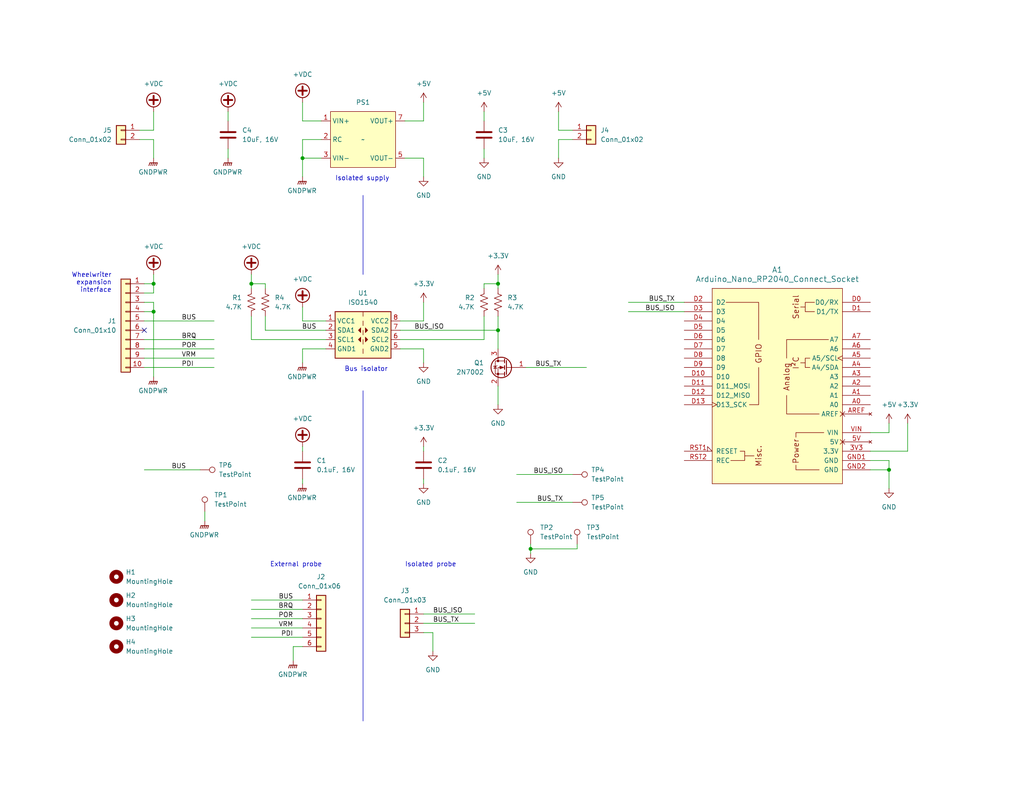
<source format=kicad_sch>
(kicad_sch (version 20230121) (generator eeschema)
  (paper "USLetter")
  (lib_symbols
    (symbol "Connector:TestPoint" (pin_numbers hide) (pin_names (offset 0.762) hide)
      (property "Reference" "TP" (at 0 6.858 0))
      (property "Value" "TestPoint" (at 0 5.08 0))
      (symbol "TestPoint_0_1"
        (circle (center 0 3.302) (radius 0.762))
      )
      (symbol "TestPoint_1_1"
        (pin passive line (at 0 0 90) (length 2.54) (name "1") (number "1"))
      )
    )
    (symbol "Connector_Generic:Conn_01x02" (pin_names (offset 1.016) hide)
      (property "Reference" "J" (at 0 2.54 0))
      (property "Value" "Conn_01x02" (at 0 -5.08 0))
      (symbol "Conn_01x02_1_1"
        (rectangle (start -1.27 -2.413) (end 0 -2.667) (stroke (width 0.1524)))
        (rectangle (start -1.27 0.127) (end 0 -0.127) (stroke (width 0.1524)))
        (rectangle (start -1.27 1.27) (end 1.27 -3.81) (stroke (width 0.254)) (fill (type background)))
        (pin passive line (at -5.08 0 0) (length 3.81) (name "Pin_1") (number "1"))
        (pin passive line (at -5.08 -2.54 0) (length 3.81) (name "Pin_2") (number "2"))
      )
    )
    (symbol "Connector_Generic:Conn_01x03" (pin_names (offset 1.016) hide)
      (property "Reference" "J" (at 0 5.08 0))
      (property "Value" "Conn_01x03" (at 0 -5.08 0))
      (symbol "Conn_01x03_1_1"
        (rectangle (start -1.27 -2.413) (end 0 -2.667) (stroke (width 0.1524)))
        (rectangle (start -1.27 0.127) (end 0 -0.127) (stroke (width 0.1524)))
        (rectangle (start -1.27 2.667) (end 0 2.413) (stroke (width 0.1524)))
        (rectangle (start -1.27 3.81) (end 1.27 -3.81) (stroke (width 0.254)) (fill (type background)))
        (pin passive line (at -5.08 2.54 0) (length 3.81) (name "Pin_1") (number "1"))
        (pin passive line (at -5.08 0 0) (length 3.81) (name "Pin_2") (number "2"))
        (pin passive line (at -5.08 -2.54 0) (length 3.81) (name "Pin_3") (number "3"))
      )
    )
    (symbol "Connector_Generic:Conn_01x06" (pin_names (offset 1.016) hide)
      (property "Reference" "J" (at 0 7.62 0))
      (property "Value" "Conn_01x06" (at 0 -10.16 0))
      (symbol "Conn_01x06_1_1"
        (rectangle (start -1.27 -7.493) (end 0 -7.747) (stroke (width 0.1524)))
        (rectangle (start -1.27 -4.953) (end 0 -5.207) (stroke (width 0.1524)))
        (rectangle (start -1.27 -2.413) (end 0 -2.667) (stroke (width 0.1524)))
        (rectangle (start -1.27 0.127) (end 0 -0.127) (stroke (width 0.1524)))
        (rectangle (start -1.27 2.667) (end 0 2.413) (stroke (width 0.1524)))
        (rectangle (start -1.27 5.207) (end 0 4.953) (stroke (width 0.1524)))
        (rectangle (start -1.27 6.35) (end 1.27 -8.89) (stroke (width 0.254)) (fill (type background)))
        (pin passive line (at -5.08 5.08 0) (length 3.81) (name "Pin_1") (number "1"))
        (pin passive line (at -5.08 2.54 0) (length 3.81) (name "Pin_2") (number "2"))
        (pin passive line (at -5.08 0 0) (length 3.81) (name "Pin_3") (number "3"))
        (pin passive line (at -5.08 -2.54 0) (length 3.81) (name "Pin_4") (number "4"))
        (pin passive line (at -5.08 -5.08 0) (length 3.81) (name "Pin_5") (number "5"))
        (pin passive line (at -5.08 -7.62 0) (length 3.81) (name "Pin_6") (number "6"))
      )
    )
    (symbol "Connector_Generic:Conn_01x10" (pin_names (offset 1.016) hide)
      (property "Reference" "J" (at 0 12.7 0))
      (property "Value" "Conn_01x10" (at 0 -15.24 0))
      (symbol "Conn_01x10_1_1"
        (rectangle (start -1.27 -12.573) (end 0 -12.827) (stroke (width 0.1524)))
        (rectangle (start -1.27 -10.033) (end 0 -10.287) (stroke (width 0.1524)))
        (rectangle (start -1.27 -7.493) (end 0 -7.747) (stroke (width 0.1524)))
        (rectangle (start -1.27 -4.953) (end 0 -5.207) (stroke (width 0.1524)))
        (rectangle (start -1.27 -2.413) (end 0 -2.667) (stroke (width 0.1524)))
        (rectangle (start -1.27 0.127) (end 0 -0.127) (stroke (width 0.1524)))
        (rectangle (start -1.27 2.667) (end 0 2.413) (stroke (width 0.1524)))
        (rectangle (start -1.27 5.207) (end 0 4.953) (stroke (width 0.1524)))
        (rectangle (start -1.27 7.747) (end 0 7.493) (stroke (width 0.1524)))
        (rectangle (start -1.27 10.287) (end 0 10.033) (stroke (width 0.1524)))
        (rectangle (start -1.27 11.43) (end 1.27 -13.97) (stroke (width 0.254)) (fill (type background)))
        (pin passive line (at -5.08 10.16 0) (length 3.81) (name "Pin_1") (number "1"))
        (pin passive line (at -5.08 -12.7 0) (length 3.81) (name "Pin_10") (number "10"))
        (pin passive line (at -5.08 7.62 0) (length 3.81) (name "Pin_2") (number "2"))
        (pin passive line (at -5.08 5.08 0) (length 3.81) (name "Pin_3") (number "3"))
        (pin passive line (at -5.08 2.54 0) (length 3.81) (name "Pin_4") (number "4"))
        (pin passive line (at -5.08 0 0) (length 3.81) (name "Pin_5") (number "5"))
        (pin passive line (at -5.08 -2.54 0) (length 3.81) (name "Pin_6") (number "6"))
        (pin passive line (at -5.08 -5.08 0) (length 3.81) (name "Pin_7") (number "7"))
        (pin passive line (at -5.08 -7.62 0) (length 3.81) (name "Pin_8") (number "8"))
        (pin passive line (at -5.08 -10.16 0) (length 3.81) (name "Pin_9") (number "9"))
      )
    )
    (symbol "Device:C" (pin_numbers hide) (pin_names (offset 0.254))
      (property "Reference" "C" (at 0.635 2.54 0))
      (property "Value" "C" (at 0.635 -2.54 0))
      (symbol "C_0_1"
        (polyline (pts (xy -2.032 -0.762) (xy 2.032 -0.762)) (stroke (width 0.508)))
        (polyline (pts (xy -2.032 0.762) (xy 2.032 0.762)) (stroke (width 0.508)))
      )
      (symbol "C_1_1"
        (pin passive line (at 0 3.81 270) (length 2.794) (name "~") (number "1"))
        (pin passive line (at 0 -3.81 90) (length 2.794) (name "~") (number "2"))
      )
    )
    (symbol "Device:R_US" (pin_numbers hide) (pin_names (offset 0))
      (property "Reference" "R" (at 2.54 0 90))
      (property "Value" "R_US" (at -2.54 0 90))
      (symbol "R_US_0_1"
        (polyline (pts (xy 0 -2.286) (xy 0 -2.54)))
        (polyline (pts (xy 0 2.286) (xy 0 2.54)))
        (polyline (pts (xy 0 -0.762) (xy 1.016 -1.143) (xy 0 -1.524) (xy -1.016 -1.905) (xy 0 -2.286)))
        (polyline (pts (xy 0 0.762) (xy 1.016 0.381) (xy 0 0) (xy -1.016 -0.381) (xy 0 -0.762)))
        (polyline (pts (xy 0 2.286) (xy 1.016 1.905) (xy 0 1.524) (xy -1.016 1.143) (xy 0 0.762)))
      )
      (symbol "R_US_1_1"
        (pin passive line (at 0 3.81 270) (length 1.27) (name "~") (number "1"))
        (pin passive line (at 0 -3.81 90) (length 1.27) (name "~") (number "2"))
      )
    )
    (symbol "Isolator:ISO1540"
      (property "Reference" "U" (at -6.35 6.35 0))
      (property "Value" "ISO1540" (at 3.81 6.35 0))
      (symbol "ISO1540_0_1"
        (rectangle (start -7.62 5.08) (end 7.62 -7.62) (stroke (width 0.254)) (fill (type background)))
        (rectangle (start 0 -5.08) (end 0 -6.35))
        (polyline (pts (xy 0 -2.54) (xy 0 -3.81)))
        (polyline (pts (xy 0 0) (xy 0 -1.27)))
        (polyline (pts (xy 0 2.54) (xy 0 1.27)))
        (polyline (pts (xy 0 5.08) (xy 0 3.81)))
        (polyline (pts (xy -0.635 0.635) (xy -1.27 0) (xy -0.635 -0.635) (xy -0.635 0.635)) (fill (type outline)))
        (polyline (pts (xy 0.635 -1.905) (xy 1.27 -2.54) (xy 0.635 -3.175) (xy 0.635 -1.905)) (fill (type outline)))
        (polyline (pts (xy 0.635 0.635) (xy 1.27 0) (xy 0.635 -0.635) (xy 0.635 0.635)) (fill (type outline)))
      )
      (symbol "ISO1540_1_1"
        (polyline (pts (xy -0.635 -1.905) (xy -1.27 -2.54) (xy -0.635 -3.175) (xy -0.635 -1.905)) (fill (type outline)))
        (pin power_in line (at -10.16 2.54 0) (length 2.54) (name "VCC1") (number "1"))
        (pin bidirectional line (at -10.16 0 0) (length 2.54) (name "SDA1") (number "2"))
        (pin bidirectional line (at -10.16 -2.54 0) (length 2.54) (name "SCL1") (number "3"))
        (pin power_in line (at -10.16 -5.08 0) (length 2.54) (name "GND1") (number "4"))
        (pin power_in line (at 10.16 -5.08 180) (length 2.54) (name "GND2") (number "5"))
        (pin bidirectional line (at 10.16 -2.54 180) (length 2.54) (name "SCL2") (number "6"))
        (pin bidirectional line (at 10.16 0 180) (length 2.54) (name "SDA2") (number "7"))
        (pin power_in line (at 10.16 2.54 180) (length 2.54) (name "VCC2") (number "8"))
      )
    )
    (symbol "Mechanical:MountingHole" (pin_names (offset 1.016))
      (property "Reference" "H" (at 0 5.08 0))
      (property "Value" "MountingHole" (at 0 3.175 0))
      (symbol "MountingHole_0_1"
        (circle (center 0 0) (radius 1.27) (stroke (width 1.27)))
      )
    )
    (symbol "PCM_arduino-library:Arduino_Nano_RP2040_Connect_Socket" (pin_names (offset 1.016))
      (property "Reference" "A" (at 0 33.02 0))
      (property "Value" "Arduino_Nano_RP2040_Connect_Socket" (at 0 29.21 0))
      (symbol "Arduino_Nano_RP2040_Connect_Socket_0_0"
        (rectangle (start -17.78 26.67) (end 17.78 -26.67) (fill (type background)))
        (polyline (pts (xy -7.62 6.35) (xy -6.35 6.35)))
        (polyline (pts (xy -7.62 21.59) (xy -6.35 21.59)))
        (polyline (pts (xy 8.89 -19.05) (xy 6.35 -19.05)))
        (polyline (pts (xy -11.43 -22.86) (xy -5.08 -22.86) (xy -5.08 -21.59)))
        (polyline (pts (xy -5.08 -13.97) (xy -5.08 -12.7) (xy -12.7 -12.7)))
        (polyline (pts (xy -10.16 22.86) (xy -7.62 22.86) (xy -7.62 20.32) (xy -10.16 20.32)))
        (polyline (pts (xy -8.89 7.62) (xy -7.62 7.62) (xy -7.62 5.08) (xy -8.89 5.08)))
        (text "Analog" (at -2.54 2.54 900) (effects (font (size 1.524 1.524))))
        (text "I²C" (at -5.08 6.35 900) (effects (font (size 1.524 1.524))))
        (text "Misc." (at 5.08 -19.05 900) (effects (font (size 1.524 1.524))))
        (text "Power" (at -5.08 -17.78 900) (effects (font (size 1.524 1.524))))
        (text "Serial" (at -5.08 21.59 900) (effects (font (size 1.524 1.524))))
      )
      (symbol "Arduino_Nano_RP2040_Connect_Socket_0_1"
        (polyline (pts (xy -13.97 12.7) (xy -2.54 12.7) (xy -2.54 7.62)))
        (polyline (pts (xy -11.43 -7.62) (xy -2.54 -7.62) (xy -2.54 -2.54)))
        (polyline (pts (xy 7.62 -5.08) (xy 5.08 -5.08) (xy 5.08 5.08)))
        (polyline (pts (xy 13.97 22.86) (xy 5.08 22.86) (xy 5.08 12.7)))
        (polyline (pts (xy 10.16 -17.78) (xy 8.89 -17.78) (xy 8.89 -20.32) (xy 12.7 -20.32)))
      )
      (symbol "Arduino_Nano_RP2040_Connect_Socket_1_0"
        (text "GPIO" (at 5.08 8.89 900) (effects (font (size 1.524 1.524))))
      )
      (symbol "Arduino_Nano_RP2040_Connect_Socket_1_1"
        (pin power_in line (at -25.4 -17.78 0) (length 7.62) (name "3.3V") (number "3V3"))
        (pin no_connect non_logic (at -25.4 -15.24 0) (length 7.62) (name "5V") (number "5V"))
        (pin bidirectional line (at -25.4 -5.08 0) (length 7.62) (name "A0") (number "A0"))
        (pin bidirectional line (at -25.4 -2.54 0) (length 7.62) (name "A1") (number "A1"))
        (pin bidirectional line (at -25.4 0 0) (length 7.62) (name "A2") (number "A2"))
        (pin bidirectional line (at -25.4 2.54 0) (length 7.62) (name "A3") (number "A3"))
        (pin bidirectional line (at -25.4 5.08 0) (length 7.62) (name "A4/SDA") (number "A4"))
        (pin bidirectional clock (at -25.4 7.62 0) (length 7.62) (name "A5/SCL") (number "A5"))
        (pin input line (at -25.4 10.16 0) (length 7.62) (name "A6") (number "A6"))
        (pin input line (at -25.4 12.7 0) (length 7.62) (name "A7") (number "A7"))
        (pin no_connect non_logic (at -25.4 -7.62 0) (length 7.62) (name "AREF") (number "AREF"))
        (pin bidirectional line (at -25.4 22.86 0) (length 7.62) (name "D0/RX") (number "D0"))
        (pin bidirectional line (at -25.4 20.32 0) (length 7.62) (name "D1/TX") (number "D1"))
        (pin bidirectional line (at 25.4 2.54 180) (length 7.62) (name "D10") (number "D10"))
        (pin bidirectional line (at 25.4 0 180) (length 7.62) (name "D11_MOSI") (number "D11"))
        (pin bidirectional line (at 25.4 -2.54 180) (length 7.62) (name "D12_MISO") (number "D12"))
        (pin bidirectional clock (at 25.4 -5.08 180) (length 7.62) (name "D13_SCK") (number "D13"))
        (pin bidirectional line (at 25.4 22.86 180) (length 7.62) (name "D2") (number "D2"))
        (pin bidirectional line (at 25.4 20.32 180) (length 7.62) (name "D3") (number "D3"))
        (pin bidirectional line (at 25.4 17.78 180) (length 7.62) (name "D4") (number "D4"))
        (pin bidirectional line (at 25.4 15.24 180) (length 7.62) (name "D5") (number "D5"))
        (pin bidirectional line (at 25.4 12.7 180) (length 7.62) (name "D6") (number "D6"))
        (pin bidirectional line (at 25.4 10.16 180) (length 7.62) (name "D7") (number "D7"))
        (pin bidirectional line (at 25.4 7.62 180) (length 7.62) (name "D8") (number "D8"))
        (pin bidirectional line (at 25.4 5.08 180) (length 7.62) (name "D9") (number "D9"))
        (pin power_in line (at -25.4 -20.32 0) (length 7.62) (name "GND") (number "GND1"))
        (pin power_in line (at -25.4 -22.86 0) (length 7.62) (name "GND") (number "GND2"))
        (pin open_collector input_low (at 25.4 -17.78 180) (length 7.62) (name "RESET") (number "RST1"))
        (pin bidirectional line (at 25.4 -20.32 180) (length 7.62) (name "REC") (number "RST2"))
        (pin power_in line (at -25.4 -12.7 0) (length 7.62) (name "VIN") (number "VIN"))
      )
    )
    (symbol "Regulator_Switching:CC10-0505Sx-E"
      (property "Reference" "PS" (at -6.35 8.89 0))
      (symbol "CC10-0505Sx-E_1_1"
        (rectangle (start -8.89 7.62) (end 8.89 -7.62) (fill (type background)))
        (pin power_in line (at -11.43 5.08 0) (length 2.54) (name "VIN+") (number "1"))
        (pin input line (at -11.43 0 0) (length 2.54) (name "RC") (number "2"))
        (pin power_in line (at -11.43 -5.08 0) (length 2.54) (name "VIN-") (number "3"))
        (pin no_connect line (at 11.43 -1.27 180) (length 2.54) hide (name "NC") (number "4"))
        (pin power_out line (at 11.43 -5.08 180) (length 2.54) (name "VOUT-") (number "5"))
        (pin no_connect line (at 11.43 1.27 180) (length 2.54) hide (name "NC") (number "6"))
        (pin power_out line (at 11.43 5.08 180) (length 2.54) (name "VOUT+") (number "7"))
      )
    )
    (symbol "Transistor_FET:2N7002" (pin_names hide)
      (property "Reference" "Q" (at 5.08 1.905 0))
      (property "Value" "2N7002" (at 5.08 0 0))
      (symbol "2N7002_0_1"
        (polyline (pts (xy 0.254 0) (xy -2.54 0)))
        (polyline (pts (xy 0.254 1.905) (xy 0.254 -1.905)) (stroke (width 0.254)))
        (polyline (pts (xy 0.762 -1.27) (xy 0.762 -2.286)) (stroke (width 0.254)))
        (polyline (pts (xy 0.762 0.508) (xy 0.762 -0.508)) (stroke (width 0.254)))
        (polyline (pts (xy 0.762 2.286) (xy 0.762 1.27)) (stroke (width 0.254)))
        (polyline (pts (xy 2.54 2.54) (xy 2.54 1.778)))
        (polyline (pts (xy 2.54 -2.54) (xy 2.54 0) (xy 0.762 0)))
        (polyline (pts (xy 0.762 -1.778) (xy 3.302 -1.778) (xy 3.302 1.778) (xy 0.762 1.778)))
        (polyline (pts (xy 1.016 0) (xy 2.032 0.381) (xy 2.032 -0.381) (xy 1.016 0)) (fill (type outline)))
        (polyline (pts (xy 2.794 0.508) (xy 2.921 0.381) (xy 3.683 0.381) (xy 3.81 0.254)))
        (polyline (pts (xy 3.302 0.381) (xy 2.921 -0.254) (xy 3.683 -0.254) (xy 3.302 0.381)))
        (circle (center 1.651 0) (radius 2.794) (stroke (width 0.254)))
        (circle (center 2.54 -1.778) (radius 0.254) (fill (type outline)))
        (circle (center 2.54 1.778) (radius 0.254) (fill (type outline)))
      )
      (symbol "2N7002_1_1"
        (pin input line (at -5.08 0 0) (length 2.54) (name "G") (number "1"))
        (pin passive line (at 2.54 -5.08 90) (length 2.54) (name "S") (number "2"))
        (pin passive line (at 2.54 5.08 270) (length 2.54) (name "D") (number "3"))
      )
    )
    (symbol "power:+3.3V" (power) (pin_names (offset 0))
      (property "Value" "+3.3V" (at 0 3.556 0))
      (symbol "+3.3V_0_1"
        (polyline (pts (xy -0.762 1.27) (xy 0 2.54)))
        (polyline (pts (xy 0 0) (xy 0 2.54)))
        (polyline (pts (xy 0 2.54) (xy 0.762 1.27)))
      )
      (symbol "+3.3V_1_1"
        (pin power_in line (at 0 0 90) (length 0) hide (name "+3.3V") (number "1"))
      )
    )
    (symbol "power:+5V" (power) (pin_names (offset 0))
      (property "Value" "+5V" (at 0 3.556 0))
      (symbol "+5V_0_1"
        (polyline (pts (xy -0.762 1.27) (xy 0 2.54)))
        (polyline (pts (xy 0 0) (xy 0 2.54)))
        (polyline (pts (xy 0 2.54) (xy 0.762 1.27)))
      )
      (symbol "+5V_1_1"
        (pin power_in line (at 0 0 90) (length 0) hide (name "+5V") (number "1"))
      )
    )
    (symbol "power:+VDC" (power) (pin_names (offset 0))
      (property "Value" "+VDC" (at 0 6.35 0))
      (symbol "+VDC_0_1"
        (polyline (pts (xy -1.143 3.175) (xy 1.143 3.175)) (stroke (width 0.508)))
        (polyline (pts (xy 0 0) (xy 0 1.27)))
        (polyline (pts (xy 0 2.032) (xy 0 4.318)) (stroke (width 0.508)))
        (circle (center 0 3.175) (radius 1.905) (stroke (width 0.254)))
      )
      (symbol "+VDC_1_1"
        (pin power_in line (at 0 0 90) (length 0) hide (name "+VDC") (number "1"))
      )
    )
    (symbol "power:GND" (power) (pin_names (offset 0))
      (property "Value" "GND" (at 0 -3.81 0))
      (symbol "GND_0_1"
        (polyline (pts (xy 0 0) (xy 0 -1.27) (xy 1.27 -1.27) (xy 0 -2.54) (xy -1.27 -1.27) (xy 0 -1.27)))
      )
      (symbol "GND_1_1"
        (pin power_in line (at 0 0 270) (length 0) hide (name "GND") (number "1"))
      )
    )
    (symbol "power:GNDPWR" (power) (pin_names (offset 0))
      (property "Value" "GNDPWR" (at 0 -3.302 0))
      (symbol "GNDPWR_0_1"
        (polyline (pts (xy 0 -1.27) (xy 0 0)))
        (polyline (pts (xy -1.016 -1.27) (xy -1.27 -2.032) (xy -1.27 -2.032)) (stroke (width 0.2032)))
        (polyline (pts (xy -0.508 -1.27) (xy -0.762 -2.032) (xy -0.762 -2.032)) (stroke (width 0.2032)))
        (polyline (pts (xy 0 -1.27) (xy -0.254 -2.032) (xy -0.254 -2.032)) (stroke (width 0.2032)))
        (polyline (pts (xy 0.508 -1.27) (xy 0.254 -2.032) (xy 0.254 -2.032)) (stroke (width 0.2032)))
        (polyline (pts (xy 1.016 -1.27) (xy -1.016 -1.27) (xy -1.016 -1.27)) (stroke (width 0.2032)))
        (polyline (pts (xy 1.016 -1.27) (xy 0.762 -2.032) (xy 0.762 -2.032) (xy 0.762 -2.032)) (stroke (width 0.2032)))
      )
      (symbol "GNDPWR_1_1"
        (pin power_in line (at 0 0 270) (length 0) hide (name "GNDPWR") (number "1"))
      )
    )
  )
  (junction (at 68.58 77.47))
  (junction (at 135.89 90.17))
  (junction (at 82.55 43.18))
  (junction (at 41.91 85.09))
  (junction (at 242.57 128.27))
  (junction (at 41.91 77.47))
  (junction (at 135.89 77.47))
  (junction (at 144.78 149.86))
  (no_connect (at 39.37 90.17))
  (wire (pts (xy 135.89 74.93) (xy 135.89 77.47)))
  (wire (pts (xy 87.63 43.18) (xy 82.55 43.18)))
  (wire (pts (xy 39.37 97.79) (xy 58.42 97.79)))
  (wire (pts (xy 68.58 173.99) (xy 82.55 173.99)))
  (wire (pts (xy 68.58 77.47) (xy 68.58 78.74)))
  (wire (pts (xy 109.22 87.63) (xy 115.57 87.63)))
  (wire (pts (xy 152.4 38.1) (xy 152.4 43.18)))
  (wire (pts (xy 140.97 137.16) (xy 156.21 137.16)))
  (wire (pts (xy 156.21 35.56) (xy 152.4 35.56)))
  (wire (pts (xy 82.55 33.02) (xy 82.55 27.94)))
  (wire (pts (xy 237.49 118.11) (xy 242.57 118.11)))
  (wire (pts (xy 82.55 121.92) (xy 82.55 123.19)))
  (wire (pts (xy 144.78 149.86) (xy 144.78 151.13)))
  (polyline (pts (xy 99.06 106.68) (xy 99.06 196.85)))
  (wire (pts (xy 82.55 43.18) (xy 82.55 48.26)))
  (wire (pts (xy 41.91 77.47) (xy 41.91 74.93)))
  (wire (pts (xy 68.58 166.37) (xy 82.55 166.37)))
  (wire (pts (xy 144.78 149.86) (xy 157.48 149.86)))
  (wire (pts (xy 115.57 170.18) (xy 129.54 170.18)))
  (wire (pts (xy 39.37 95.25) (xy 58.42 95.25)))
  (wire (pts (xy 132.08 40.64) (xy 132.08 43.18)))
  (wire (pts (xy 186.69 85.09) (xy 171.45 85.09)))
  (wire (pts (xy 115.57 33.02) (xy 115.57 27.94)))
  (wire (pts (xy 87.63 38.1) (xy 82.55 38.1)))
  (wire (pts (xy 118.11 177.8) (xy 118.11 172.72)))
  (wire (pts (xy 88.9 87.63) (xy 82.55 87.63)))
  (wire (pts (xy 80.01 176.53) (xy 82.55 176.53)))
  (wire (pts (xy 109.22 92.71) (xy 132.08 92.71)))
  (wire (pts (xy 68.58 168.91) (xy 82.55 168.91)))
  (wire (pts (xy 39.37 80.01) (xy 41.91 80.01)))
  (wire (pts (xy 39.37 87.63) (xy 58.42 87.63)))
  (wire (pts (xy 41.91 35.56) (xy 41.91 30.48)))
  (polyline (pts (xy 99.06 53.34) (xy 99.06 74.93)))
  (wire (pts (xy 38.1 38.1) (xy 41.91 38.1)))
  (wire (pts (xy 62.23 40.64) (xy 62.23 43.18)))
  (wire (pts (xy 80.01 180.34) (xy 80.01 176.53)))
  (wire (pts (xy 237.49 125.73) (xy 242.57 125.73)))
  (wire (pts (xy 115.57 130.81) (xy 115.57 132.08)))
  (wire (pts (xy 109.22 95.25) (xy 115.57 95.25)))
  (wire (pts (xy 118.11 172.72) (xy 115.57 172.72)))
  (wire (pts (xy 135.89 77.47) (xy 132.08 77.47)))
  (wire (pts (xy 72.39 78.74) (xy 72.39 77.47)))
  (wire (pts (xy 41.91 85.09) (xy 41.91 102.87)))
  (wire (pts (xy 41.91 38.1) (xy 41.91 43.18)))
  (wire (pts (xy 82.55 38.1) (xy 82.55 43.18)))
  (wire (pts (xy 39.37 82.55) (xy 41.91 82.55)))
  (wire (pts (xy 135.89 105.41) (xy 135.89 110.49)))
  (wire (pts (xy 39.37 100.33) (xy 58.42 100.33)))
  (wire (pts (xy 82.55 130.81) (xy 82.55 132.08)))
  (wire (pts (xy 109.22 90.17) (xy 135.89 90.17)))
  (wire (pts (xy 144.78 148.59) (xy 144.78 149.86)))
  (wire (pts (xy 135.89 77.47) (xy 135.89 78.74)))
  (wire (pts (xy 242.57 125.73) (xy 242.57 128.27)))
  (wire (pts (xy 186.69 82.55) (xy 171.45 82.55)))
  (wire (pts (xy 115.57 121.92) (xy 115.57 123.19)))
  (wire (pts (xy 115.57 167.64) (xy 129.54 167.64)))
  (wire (pts (xy 62.23 30.48) (xy 62.23 33.02)))
  (wire (pts (xy 68.58 86.36) (xy 68.58 92.71)))
  (wire (pts (xy 41.91 80.01) (xy 41.91 77.47)))
  (wire (pts (xy 152.4 35.56) (xy 152.4 30.48)))
  (wire (pts (xy 87.63 33.02) (xy 82.55 33.02)))
  (wire (pts (xy 72.39 77.47) (xy 68.58 77.47)))
  (wire (pts (xy 247.65 123.19) (xy 247.65 115.57)))
  (wire (pts (xy 68.58 163.83) (xy 82.55 163.83)))
  (wire (pts (xy 242.57 118.11) (xy 242.57 115.57)))
  (wire (pts (xy 39.37 77.47) (xy 41.91 77.47)))
  (wire (pts (xy 115.57 43.18) (xy 115.57 48.26)))
  (wire (pts (xy 143.51 100.33) (xy 160.02 100.33)))
  (wire (pts (xy 242.57 128.27) (xy 237.49 128.27)))
  (wire (pts (xy 41.91 82.55) (xy 41.91 85.09)))
  (wire (pts (xy 110.49 33.02) (xy 115.57 33.02)))
  (wire (pts (xy 132.08 30.48) (xy 132.08 33.02)))
  (wire (pts (xy 72.39 86.36) (xy 72.39 90.17)))
  (wire (pts (xy 88.9 95.25) (xy 82.55 95.25)))
  (wire (pts (xy 55.88 139.7) (xy 55.88 142.24)))
  (wire (pts (xy 72.39 90.17) (xy 88.9 90.17)))
  (wire (pts (xy 68.58 171.45) (xy 82.55 171.45)))
  (wire (pts (xy 82.55 87.63) (xy 82.55 83.82)))
  (wire (pts (xy 237.49 123.19) (xy 247.65 123.19)))
  (wire (pts (xy 39.37 128.27) (xy 54.61 128.27)))
  (wire (pts (xy 157.48 149.86) (xy 157.48 148.59)))
  (wire (pts (xy 115.57 87.63) (xy 115.57 82.55)))
  (wire (pts (xy 140.97 129.54) (xy 156.21 129.54)))
  (wire (pts (xy 242.57 128.27) (xy 242.57 133.35)))
  (wire (pts (xy 132.08 92.71) (xy 132.08 86.36)))
  (wire (pts (xy 68.58 92.71) (xy 88.9 92.71)))
  (wire (pts (xy 38.1 35.56) (xy 41.91 35.56)))
  (wire (pts (xy 115.57 99.06) (xy 115.57 95.25)))
  (wire (pts (xy 110.49 43.18) (xy 115.57 43.18)))
  (wire (pts (xy 132.08 77.47) (xy 132.08 78.74)))
  (wire (pts (xy 135.89 90.17) (xy 135.89 95.25)))
  (wire (pts (xy 156.21 38.1) (xy 152.4 38.1)))
  (wire (pts (xy 68.58 74.93) (xy 68.58 77.47)))
  (wire (pts (xy 135.89 86.36) (xy 135.89 90.17)))
  (wire (pts (xy 82.55 95.25) (xy 82.55 99.06)))
  (wire (pts (xy 39.37 85.09) (xy 41.91 85.09)))
  (wire (pts (xy 39.37 92.71) (xy 58.42 92.71)))
  (text "External probe" (at 73.66 154.94 0) (effects (font (size 1.27 1.27)) (justify left bottom)))
  (text "Bus isolator" (at 93.98 101.6 0) (effects (font (size 1.27 1.27)) (justify left bottom)))
  (text "Isolated supply" (at 91.44 49.53 0) (effects (font (size 1.27 1.27)) (justify left bottom)))
  (text "Wheelwriter\nexpansion\ninterface\n" (at 30.48 80.01 0) (effects (font (size 1.27 1.27)) (justify right bottom)))
  (text "Isolated probe" (at 110.49 154.94 0) (effects (font (size 1.27 1.27)) (justify left bottom)))
  (label "BUS_TX" (at 153.67 137.16 180))
  (label "BUS" (at 86.36 90.17 180))
  (label "BUS_TX" (at 184.15 82.55 180))
  (label "VRM" (at 49.53 97.79 0))
  (label "PDI" (at 49.53 100.33 0))
  (label "BRQ" (at 49.53 92.71 0))
  (label "BRQ" (at 80.01 166.37 180))
  (label "BUS" (at 80.01 163.83 180))
  (label "BUS" (at 50.8 128.27 180))
  (label "BUS_TX" (at 146.05 100.33 0))
  (label "BUS" (at 49.53 87.63 0))
  (label "BUS_ISO" (at 113.03 90.17 0))
  (label "POR" (at 80.01 168.91 180))
  (label "BUS_ISO" (at 184.15 85.09 180))
  (label "VRM" (at 80.01 171.45 180))
  (label "POR" (at 49.53 95.25 0))
  (label "PDI" (at 80.01 173.99 180))
  (label "BUS_TX" (at 118.11 170.18 0))
  (label "BUS_ISO" (at 153.67 129.54 180))
  (label "BUS_ISO" (at 118.11 167.64 0))
  (symbol (lib_id "power:GND") (at 115.57 99.06 0) (unit 1)
    (property "Reference" "#PWR011" (effects hide))
    (property "Value" "GND" (at 115.57 104.14 0))
  )
  (symbol (lib_id "power:GNDPWR") (at 41.91 102.87 0) (unit 1)
    (property "Reference" "#PWR04" (effects hide))
    (property "Value" "GNDPWR" (at 41.783 106.68 0))
  )
  (symbol (lib_id "Device:R_US") (at 135.89 82.55 0) (unit 1)
    (property "Reference" "R3" (at 138.43 81.28 0) (effects (justify left)))
    (property "Value" "4.7K" (at 138.43 83.82 0) (effects (justify left)))
    (property "Footprint" "Resistor_SMD:R_0805_2012Metric_Pad1.20x1.40mm_HandSolder" (effects hide))
  )
  (symbol (lib_id "power:+5V") (at 115.57 27.94 0) (unit 1)
    (property "Reference" "#PWR07" (effects hide))
    (property "Value" "+5V" (at 115.57 22.86 0))
  )
  (symbol (lib_id "power:+3.3V") (at 247.65 115.57 0) (mirror y) (unit 1)
    (property "Reference" "#PWR012" (effects hide))
    (property "Value" "+3.3V" (at 247.65 110.49 0))
  )
  (symbol (lib_id "Device:C") (at 115.57 127 0) (unit 1)
    (property "Reference" "C2" (at 119.38 125.73 0) (effects (justify left)))
    (property "Value" "0.1uF, 16V" (at 119.38 128.27 0) (effects (justify left)))
    (property "Footprint" "Capacitor_SMD:C_0805_2012Metric_Pad1.18x1.45mm_HandSolder" (effects hide))
  )
  (symbol (lib_id "power:GND") (at 144.78 151.13 0) (unit 1)
    (property "Reference" "#PWR018" (effects hide))
    (property "Value" "GND" (at 144.78 156.21 0))
  )
  (symbol (lib_id "Connector_Generic:Conn_01x10") (at 34.29 87.63 0) (mirror y) (unit 1)
    (property "Reference" "J1" (at 31.75 87.63 0) (effects (justify left)))
    (property "Value" "Conn_01x10" (at 31.75 90.17 0) (effects (justify left)))
    (property "Footprint" "Connector_Molex_JK:Molex SL 70541-0009" (effects hide))
  )
  (symbol (lib_id "power:GND") (at 135.89 110.49 0) (unit 1)
    (property "Reference" "#PWR016" (effects hide))
    (property "Value" "GND" (at 135.89 115.57 0))
  )
  (symbol (lib_id "power:GNDPWR") (at 82.55 48.26 0) (unit 1)
    (property "Reference" "#PWR06" (effects hide))
    (property "Value" "GNDPWR" (at 82.423 52.07 0))
  )
  (symbol (lib_id "Device:C") (at 82.55 127 0) (unit 1)
    (property "Reference" "C1" (at 86.36 125.73 0) (effects (justify left)))
    (property "Value" "0.1uF, 16V" (at 86.36 128.27 0) (effects (justify left)))
    (property "Footprint" "Capacitor_SMD:C_0805_2012Metric_Pad1.18x1.45mm_HandSolder" (effects hide))
  )
  (symbol (lib_id "power:+VDC") (at 41.91 30.48 0) (unit 1)
    (property "Reference" "#PWR031" (effects hide))
    (property "Value" "+VDC" (at 41.91 22.86 0))
  )
  (symbol (lib_id "PCM_arduino-library:Arduino_Nano_RP2040_Connect_Socket") (at 212.09 105.41 0) (mirror y) (unit 1)
    (property "Reference" "A1" (at 212.09 73.66 0) (effects (font (size 1.524 1.524))))
    (property "Value" "Arduino_Nano_RP2040_Connect_Socket" (at 212.09 76.2 0) (effects (font (size 1.524 1.524))))
    (property "Footprint" "PCM_arduino-library:Arduino_Nano_Every_Socket" (effects hide))
    (property "Datasheet" "https://docs.arduino.cc/hardware/nano-rp2040-connect" (effects hide))
  )
  (symbol (lib_id "Connector_Generic:Conn_01x03") (at 110.49 170.18 0) (mirror y) (unit 1)
    (property "Reference" "J3" (at 110.49 161.29 0))
    (property "Value" "Conn_01x03" (at 110.49 163.83 0))
    (property "Footprint" "Connector_PinHeader_2.54mm:PinHeader_1x03_P2.54mm_Vertical" (effects hide))
  )
  (symbol (lib_id "power:+5V") (at 152.4 30.48 0) (unit 1)
    (property "Reference" "#PWR029" (effects hide))
    (property "Value" "+5V" (at 152.4 25.4 0))
  )
  (symbol (lib_id "power:+5V") (at 132.08 30.48 0) (unit 1)
    (property "Reference" "#PWR026" (effects hide))
    (property "Value" "+5V" (at 132.08 25.4 0))
  )
  (symbol (lib_id "Mechanical:MountingHole") (at 31.75 176.53 0) (unit 1)
    (property "Reference" "H4" (at 34.29 175.26 0) (effects (justify left)))
    (property "Value" "MountingHole" (at 34.29 177.8 0) (effects (justify left)))
    (property "Footprint" "MountingHole:MountingHole_160mil" (effects hide))
  )
  (symbol (lib_id "power:+VDC") (at 82.55 27.94 0) (unit 1)
    (property "Reference" "#PWR05" (effects hide))
    (property "Value" "+VDC" (at 82.55 20.32 0))
  )
  (symbol (lib_id "Connector:TestPoint") (at 156.21 129.54 270) (unit 1)
    (property "Reference" "TP4" (at 161.29 128.27 90) (effects (justify left)))
    (property "Value" "TestPoint" (at 161.29 130.81 90) (effects (justify left)))
    (property "Footprint" "TestPoint:TestPoint_Keystone_5005-5009_Compact" (effects hide))
  )
  (symbol (lib_id "power:+VDC") (at 82.55 121.92 0) (unit 1)
    (property "Reference" "#PWR024" (effects hide))
    (property "Value" "+VDC" (at 82.55 114.3 0))
  )
  (symbol (lib_id "Device:C") (at 62.23 36.83 0) (unit 1)
    (property "Reference" "C4" (at 66.04 35.56 0) (effects (justify left)))
    (property "Value" "10uF, 16V" (at 66.04 38.1 0) (effects (justify left)))
    (property "Footprint" "Capacitor_SMD:C_0805_2012Metric_Pad1.18x1.45mm_HandSolder" (effects hide))
  )
  (symbol (lib_id "Connector:TestPoint") (at 54.61 128.27 270) (unit 1)
    (property "Reference" "TP6" (at 59.69 127 90) (effects (justify left)))
    (property "Value" "TestPoint" (at 59.69 129.54 90) (effects (justify left)))
    (property "Footprint" "TestPoint:TestPoint_Keystone_5005-5009_Compact" (effects hide))
  )
  (symbol (lib_id "Connector:TestPoint") (at 157.48 148.59 0) (unit 1)
    (property "Reference" "TP3" (at 160.02 144.018 0) (effects (justify left)))
    (property "Value" "TestPoint" (at 160.02 146.558 0) (effects (justify left)))
    (property "Footprint" "TestPoint:TestPoint_Keystone_5005-5009_Compact" (effects hide))
  )
  (symbol (lib_id "power:+3.3V") (at 135.89 74.93 0) (unit 1)
    (property "Reference" "#PWR019" (effects hide))
    (property "Value" "+3.3V" (at 135.89 69.85 0))
  )
  (symbol (lib_id "Device:R_US") (at 132.08 82.55 0) (mirror y) (unit 1)
    (property "Reference" "R2" (at 129.54 81.28 0) (effects (justify left)))
    (property "Value" "4.7K" (at 129.54 83.82 0) (effects (justify left)))
    (property "Footprint" "Resistor_SMD:R_0805_2012Metric_Pad1.20x1.40mm_HandSolder" (effects hide))
  )
  (symbol (lib_id "power:GNDPWR") (at 55.88 142.24 0) (unit 1)
    (property "Reference" "#PWR020" (effects hide))
    (property "Value" "GNDPWR" (at 55.753 146.05 0))
  )
  (symbol (lib_id "power:GNDPWR") (at 62.23 43.18 0) (unit 1)
    (property "Reference" "#PWR027" (effects hide))
    (property "Value" "GNDPWR" (at 62.103 46.99 0))
  )
  (symbol (lib_id "power:GND") (at 132.08 43.18 0) (unit 1)
    (property "Reference" "#PWR025" (effects hide))
    (property "Value" "GND" (at 132.08 48.26 0))
  )
  (symbol (lib_id "Mechanical:MountingHole") (at 31.75 163.83 0) (unit 1)
    (property "Reference" "H2" (at 34.29 162.56 0) (effects (justify left)))
    (property "Value" "MountingHole" (at 34.29 165.1 0) (effects (justify left)))
    (property "Footprint" "MountingHole:MountingHole_160mil" (effects hide))
  )
  (symbol (lib_id "power:GND") (at 152.4 43.18 0) (unit 1)
    (property "Reference" "#PWR030" (effects hide))
    (property "Value" "GND" (at 152.4 48.26 0))
  )
  (symbol (lib_id "Isolator:ISO1540") (at 99.06 90.17 0) (unit 1)
    (property "Reference" "U1" (at 99.06 80.01 0))
    (property "Value" "ISO1540" (at 99.06 82.55 0))
    (property "Footprint" "Package_SO:SOIC-8_3.9x4.9mm_P1.27mm" (effects hide))
    (property "Datasheet" "http://www.ti.com/lit/ds/symlink/iso1541.pdf" (effects hide))
  )
  (symbol (lib_id "power:GNDPWR") (at 82.55 99.06 0) (unit 1)
    (property "Reference" "#PWR010" (effects hide))
    (property "Value" "GNDPWR" (at 82.423 102.87 0))
  )
  (symbol (lib_id "Regulator_Switching:CC10-0505Sx-E") (at 99.06 38.1 0) (unit 1)
    (property "Reference" "PS1" (at 99.06 27.94 0))
    (property "Value" "~" (at 99.06 38.1 0))
    (property "Footprint" "Converter_DCDC:Converter_DCDC_TDK-Lambda_CC10(R)" (effects hide))
  )
  (symbol (lib_id "power:+VDC") (at 41.91 74.93 0) (unit 1)
    (property "Reference" "#PWR03" (effects hide))
    (property "Value" "+VDC" (at 41.91 67.31 0))
  )
  (symbol (lib_id "power:+VDC") (at 82.55 83.82 0) (unit 1)
    (property "Reference" "#PWR09" (effects hide))
    (property "Value" "+VDC" (at 82.55 76.2 0))
  )
  (symbol (lib_id "power:+VDC") (at 62.23 30.48 0) (unit 1)
    (property "Reference" "#PWR028" (effects hide))
    (property "Value" "+VDC" (at 62.23 22.86 0))
  )
  (symbol (lib_id "Connector_Generic:Conn_01x02") (at 33.02 35.56 0) (mirror y) (unit 1)
    (property "Reference" "J5" (at 30.48 35.56 0) (effects (justify left)))
    (property "Value" "Conn_01x02" (at 30.48 38.1 0) (effects (justify left)))
    (property "Footprint" "Connector_PinHeader_2.54mm:PinHeader_1x02_P2.54mm_Vertical" (effects hide))
  )
  (symbol (lib_id "Device:R_US") (at 72.39 82.55 0) (unit 1)
    (property "Reference" "R4" (at 74.93 81.28 0) (effects (justify left)))
    (property "Value" "4.7K" (at 74.93 83.82 0) (effects (justify left)))
    (property "Footprint" "Resistor_SMD:R_0805_2012Metric_Pad1.20x1.40mm_HandSolder" (effects hide))
  )
  (symbol (lib_id "power:+3.3V") (at 115.57 82.55 0) (unit 1)
    (property "Reference" "#PWR013" (effects hide))
    (property "Value" "+3.3V" (at 115.57 77.47 0))
  )
  (symbol (lib_id "Mechanical:MountingHole") (at 31.75 157.48 0) (unit 1)
    (property "Reference" "H1" (at 34.29 156.21 0) (effects (justify left)))
    (property "Value" "MountingHole" (at 34.29 158.75 0) (effects (justify left)))
    (property "Footprint" "MountingHole:MountingHole_160mil" (effects hide))
  )
  (symbol (lib_id "Device:C") (at 132.08 36.83 0) (unit 1)
    (property "Reference" "C3" (at 135.89 35.56 0) (effects (justify left)))
    (property "Value" "10uF, 16V" (at 135.89 38.1 0) (effects (justify left)))
    (property "Footprint" "Capacitor_SMD:C_0805_2012Metric_Pad1.18x1.45mm_HandSolder" (effects hide))
  )
  (symbol (lib_id "power:GND") (at 242.57 133.35 0) (mirror y) (unit 1)
    (property "Reference" "#PWR01" (effects hide))
    (property "Value" "GND" (at 242.57 138.43 0))
  )
  (symbol (lib_id "power:GND") (at 115.57 48.26 0) (unit 1)
    (property "Reference" "#PWR08" (effects hide))
    (property "Value" "GND" (at 115.57 53.34 0))
  )
  (symbol (lib_id "power:GNDPWR") (at 41.91 43.18 0) (unit 1)
    (property "Reference" "#PWR032" (effects hide))
    (property "Value" "GNDPWR" (at 41.783 46.99 0))
  )
  (symbol (lib_id "power:GNDPWR") (at 82.55 132.08 0) (unit 1)
    (property "Reference" "#PWR022" (effects hide))
    (property "Value" "GNDPWR" (at 82.423 135.89 0))
  )
  (symbol (lib_id "Transistor_FET:2N7002") (at 138.43 100.33 0) (mirror y) (unit 1)
    (property "Reference" "Q1" (at 132.08 99.06 0) (effects (justify left)))
    (property "Value" "2N7002" (at 132.08 101.6 0) (effects (justify left)))
    (property "Footprint" "Package_TO_SOT_SMD:SOT-23" (effects hide))
    (property "Datasheet" "https://www.onsemi.com/pub/Collateral/NDS7002A-D.PDF" (effects hide))
  )
  (symbol (lib_id "power:+3.3V") (at 115.57 121.92 0) (unit 1)
    (property "Reference" "#PWR023" (effects hide))
    (property "Value" "+3.3V" (at 115.57 116.84 0))
  )
  (symbol (lib_id "Connector_Generic:Conn_01x02") (at 161.29 35.56 0) (unit 1)
    (property "Reference" "J4" (at 163.83 35.56 0) (effects (justify left)))
    (property "Value" "Conn_01x02" (at 163.83 38.1 0) (effects (justify left)))
    (property "Footprint" "Connector_PinHeader_2.54mm:PinHeader_1x02_P2.54mm_Vertical" (effects hide))
  )
  (symbol (lib_id "Connector:TestPoint") (at 144.78 148.59 0) (unit 1)
    (property "Reference" "TP2" (at 147.32 144.018 0) (effects (justify left)))
    (property "Value" "TestPoint" (at 147.32 146.558 0) (effects (justify left)))
    (property "Footprint" "TestPoint:TestPoint_Keystone_5005-5009_Compact" (effects hide))
  )
  (symbol (lib_id "power:+VDC") (at 68.58 74.93 0) (unit 1)
    (property "Reference" "#PWR017" (effects hide))
    (property "Value" "+VDC" (at 68.58 67.31 0))
  )
  (symbol (lib_id "power:+5V") (at 242.57 115.57 0) (mirror y) (unit 1)
    (property "Reference" "#PWR02" (effects hide))
    (property "Value" "+5V" (at 242.57 110.49 0))
  )
  (symbol (lib_id "power:GND") (at 115.57 132.08 0) (unit 1)
    (property "Reference" "#PWR021" (effects hide))
    (property "Value" "GND" (at 115.57 137.16 0))
  )
  (symbol (lib_id "power:GNDPWR") (at 80.01 180.34 0) (unit 1)
    (property "Reference" "#PWR014" (effects hide))
    (property "Value" "GNDPWR" (at 79.883 184.15 0))
  )
  (symbol (lib_id "Connector:TestPoint") (at 55.88 139.7 0) (mirror y) (unit 1)
    (property "Reference" "TP1" (at 58.42 135.128 0) (effects (justify right)))
    (property "Value" "TestPoint" (at 58.42 137.668 0) (effects (justify right)))
    (property "Footprint" "TestPoint:TestPoint_Keystone_5005-5009_Compact" (effects hide))
  )
  (symbol (lib_id "Connector:TestPoint") (at 156.21 137.16 270) (unit 1)
    (property "Reference" "TP5" (at 161.29 135.89 90) (effects (justify left)))
    (property "Value" "TestPoint" (at 161.29 138.43 90) (effects (justify left)))
    (property "Footprint" "TestPoint:TestPoint_Keystone_5005-5009_Compact" (effects hide))
  )
  (symbol (lib_id "power:GND") (at 118.11 177.8 0) (unit 1)
    (property "Reference" "#PWR015" (effects hide))
    (property "Value" "GND" (at 118.11 182.88 0))
  )
  (symbol (lib_id "Connector_Generic:Conn_01x06") (at 87.63 168.91 0) (unit 1)
    (property "Reference" "J2" (at 86.36 157.48 0) (effects (justify left)))
    (property "Value" "Conn_01x06" (at 81.28 160.02 0) (effects (justify left)))
    (property "Footprint" "Connector_PinHeader_2.54mm:PinHeader_1x06_P2.54mm_Vertical" (effects hide))
  )
  (symbol (lib_id "Device:R_US") (at 68.58 82.55 0) (mirror y) (unit 1)
    (property "Reference" "R1" (at 66.04 81.28 0) (effects (justify left)))
    (property "Value" "4.7K" (at 66.04 83.82 0) (effects (justify left)))
    (property "Footprint" "Resistor_SMD:R_0805_2012Metric_Pad1.20x1.40mm_HandSolder" (effects hide))
  )
  (symbol (lib_id "Mechanical:MountingHole") (at 31.75 170.18 0) (unit 1)
    (property "Reference" "H3" (at 34.29 168.91 0) (effects (justify left)))
    (property "Value" "MountingHole" (at 34.29 171.45 0) (effects (justify left)))
    (property "Footprint" "MountingHole:MountingHole_160mil" (effects hide))
  )
)
</source>
